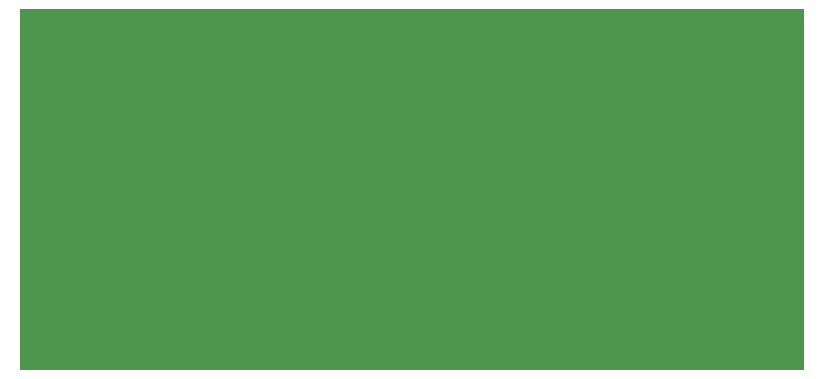
<source format=gbs>
G04 #@! TF.GenerationSoftware,KiCad,Pcbnew,5.1.10-88a1d61d58~90~ubuntu21.04.1*
G04 #@! TF.CreationDate,2021-09-19T17:29:36+02:00*
G04 #@! TF.ProjectId,23cm_PA,3233636d-5f50-4412-9e6b-696361645f70,rev?*
G04 #@! TF.SameCoordinates,Original*
G04 #@! TF.FileFunction,Soldermask,Bot*
G04 #@! TF.FilePolarity,Negative*
%FSLAX46Y46*%
G04 Gerber Fmt 4.6, Leading zero omitted, Abs format (unit mm)*
G04 Created by KiCad (PCBNEW 5.1.10-88a1d61d58~90~ubuntu21.04.1) date 2021-09-19 17:29:36*
%MOMM*%
%LPD*%
G01*
G04 APERTURE LIST*
%ADD10C,0.100000*%
%ADD11C,6.400000*%
%ADD12C,3.600000*%
%ADD13R,4.200000X1.350000*%
%ADD14O,1.700000X4.000000*%
G04 APERTURE END LIST*
D10*
G36*
X166116000Y-130302000D02*
G01*
X99822000Y-130302000D01*
X99822000Y-99822000D01*
X166116000Y-99822000D01*
X166116000Y-130302000D01*
G37*
X166116000Y-130302000D02*
X99822000Y-130302000D01*
X99822000Y-99822000D01*
X166116000Y-99822000D01*
X166116000Y-130302000D01*
D11*
X104000000Y-126000000D03*
D12*
X104000000Y-126000000D03*
D11*
X162000000Y-126000000D03*
D12*
X162000000Y-126000000D03*
D11*
X162000000Y-104000000D03*
D12*
X162000000Y-104000000D03*
D11*
X104000000Y-104000000D03*
D12*
X104000000Y-104000000D03*
D13*
X102108000Y-119825000D03*
X102108000Y-114175000D03*
X163957000Y-114175000D03*
X163957000Y-119825000D03*
D14*
X147955000Y-125730000D03*
G36*
G01*
X144605000Y-127480100D02*
X144605000Y-123979900D01*
G75*
G02*
X144854900Y-123730000I249900J0D01*
G01*
X146055100Y-123730000D01*
G75*
G02*
X146305000Y-123979900I0J-249900D01*
G01*
X146305000Y-127480100D01*
G75*
G02*
X146055100Y-127730000I-249900J0D01*
G01*
X144854900Y-127730000D01*
G75*
G02*
X144605000Y-127480100I0J249900D01*
G01*
G37*
X120610000Y-125730000D03*
G36*
G01*
X117260000Y-127480100D02*
X117260000Y-123979900D01*
G75*
G02*
X117509900Y-123730000I249900J0D01*
G01*
X118710100Y-123730000D01*
G75*
G02*
X118960000Y-123979900I0J-249900D01*
G01*
X118960000Y-127480100D01*
G75*
G02*
X118710100Y-127730000I-249900J0D01*
G01*
X117509900Y-127730000D01*
G75*
G02*
X117260000Y-127480100I0J249900D01*
G01*
G37*
M02*

</source>
